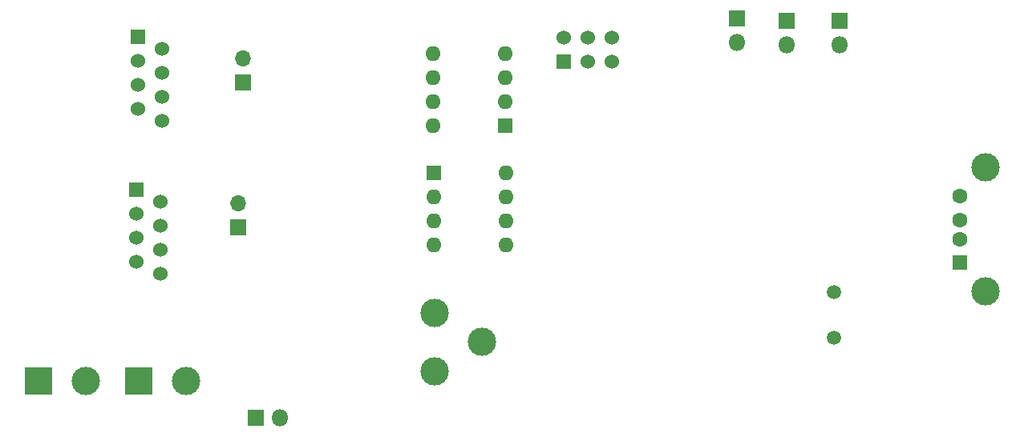
<source format=gbr>
%TF.GenerationSoftware,KiCad,Pcbnew,5.1.6-c6e7f7d~87~ubuntu18.04.1*%
%TF.CreationDate,2021-03-29T12:27:15+02:00*%
%TF.ProjectId,sboxnet2usb,73626f78-6e65-4743-9275-73622e6b6963,rev?*%
%TF.SameCoordinates,Original*%
%TF.FileFunction,Copper,L1,Top*%
%TF.FilePolarity,Positive*%
%FSLAX46Y46*%
G04 Gerber Fmt 4.6, Leading zero omitted, Abs format (unit mm)*
G04 Created by KiCad (PCBNEW 5.1.6-c6e7f7d~87~ubuntu18.04.1) date 2021-03-29 12:27:15*
%MOMM*%
%LPD*%
G01*
G04 APERTURE LIST*
%TA.AperFunction,ComponentPad*%
%ADD10C,1.600000*%
%TD*%
%TA.AperFunction,ComponentPad*%
%ADD11R,1.500000X1.600000*%
%TD*%
%TA.AperFunction,ComponentPad*%
%ADD12C,3.000000*%
%TD*%
%TA.AperFunction,ComponentPad*%
%ADD13R,1.524000X1.524000*%
%TD*%
%TA.AperFunction,ComponentPad*%
%ADD14C,1.524000*%
%TD*%
%TA.AperFunction,ComponentPad*%
%ADD15O,1.700000X1.700000*%
%TD*%
%TA.AperFunction,ComponentPad*%
%ADD16R,1.700000X1.700000*%
%TD*%
%TA.AperFunction,ComponentPad*%
%ADD17R,3.000000X3.000000*%
%TD*%
%TA.AperFunction,ComponentPad*%
%ADD18C,1.500000*%
%TD*%
%TA.AperFunction,ComponentPad*%
%ADD19O,1.600000X1.600000*%
%TD*%
%TA.AperFunction,ComponentPad*%
%ADD20R,1.600000X1.600000*%
%TD*%
%TA.AperFunction,ComponentPad*%
%ADD21O,1.800000X1.800000*%
%TD*%
%TA.AperFunction,ComponentPad*%
%ADD22R,1.800000X1.800000*%
%TD*%
G04 APERTURE END LIST*
D10*
%TO.P,J1,4*%
%TO.N,GND*%
X249500000Y-100400000D03*
%TO.P,J1,3*%
%TO.N,Net-(J1-Pad3)*%
X249500000Y-102900000D03*
%TO.P,J1,2*%
%TO.N,Net-(J1-Pad2)*%
X249500000Y-104900000D03*
D11*
%TO.P,J1,1*%
%TO.N,Net-(J1-Pad1)*%
X249500000Y-107400000D03*
D12*
%TO.P,J1,5*%
%TO.N,GND*%
X252210000Y-97330000D03*
X252210000Y-110470000D03*
%TD*%
D13*
%TO.P,J3,1*%
%TO.N,GND1*%
X162550000Y-99660000D03*
D14*
%TO.P,J3,2*%
%TO.N,Net-(J3-Pad2)*%
X165090000Y-100930000D03*
%TO.P,J3,3*%
X162550000Y-102200000D03*
%TO.P,J3,4*%
%TO.N,CANL*%
X165090000Y-103470000D03*
%TO.P,J3,5*%
%TO.N,CANH*%
X162550000Y-104740000D03*
%TO.P,J3,7*%
%TO.N,DCC_A*%
X162550000Y-107280000D03*
%TO.P,J3,6*%
%TO.N,GND1*%
X165090000Y-106005000D03*
%TO.P,J3,8*%
%TO.N,DCC_B*%
X165090000Y-108545000D03*
%TD*%
D13*
%TO.P,J4,1*%
%TO.N,GND1*%
X162650000Y-83560000D03*
D14*
%TO.P,J4,2*%
%TO.N,Net-(J3-Pad2)*%
X165190000Y-84830000D03*
%TO.P,J4,3*%
X162650000Y-86100000D03*
%TO.P,J4,4*%
%TO.N,CANL*%
X165190000Y-87370000D03*
%TO.P,J4,5*%
%TO.N,CANH*%
X162650000Y-88640000D03*
%TO.P,J4,7*%
%TO.N,DCC_A*%
X162650000Y-91180000D03*
%TO.P,J4,6*%
%TO.N,Net-(J4-Pad6)*%
X165190000Y-89905000D03*
%TO.P,J4,8*%
%TO.N,DCC_B*%
X165190000Y-92445000D03*
%TD*%
D15*
%TO.P,J5,2*%
%TO.N,Net-(J5-Pad2)*%
X173300000Y-101160000D03*
D16*
%TO.P,J5,1*%
%TO.N,DCC_B*%
X173300000Y-103700000D03*
%TD*%
D15*
%TO.P,J6,2*%
%TO.N,Net-(J6-Pad2)*%
X173800000Y-85835000D03*
D16*
%TO.P,J6,1*%
%TO.N,CANH*%
X173800000Y-88375000D03*
%TD*%
D12*
%TO.P,J7,2*%
%TO.N,+9V*%
X157200000Y-119900000D03*
D17*
%TO.P,J7,1*%
X152200000Y-119900000D03*
%TD*%
D12*
%TO.P,J2,3*%
%TO.N,GND1*%
X194000000Y-118900000D03*
%TO.P,J2,2*%
%TO.N,N/C*%
X199000000Y-115800000D03*
%TO.P,J2,1*%
%TO.N,Net-(J2-Pad1)*%
X194000000Y-112700000D03*
%TD*%
%TO.P,J8,2*%
%TO.N,GND1*%
X167800000Y-119900000D03*
D17*
%TO.P,J8,1*%
X162800000Y-119900000D03*
%TD*%
D18*
%TO.P,Y1,2*%
%TO.N,Net-(C2-Pad1)*%
X236200000Y-115380000D03*
%TO.P,Y1,1*%
%TO.N,Net-(C1-Pad1)*%
X236200000Y-110500000D03*
%TD*%
D19*
%TO.P,U4,8*%
%TO.N,+5V*%
X201520000Y-97900000D03*
%TO.P,U4,4*%
%TO.N,N/C*%
X193900000Y-105520000D03*
%TO.P,U4,7*%
%TO.N,+5V*%
X201520000Y-100440000D03*
%TO.P,U4,3*%
%TO.N,R*%
X193900000Y-102980000D03*
%TO.P,U4,6*%
%TO.N,Net-(R16-Pad1)*%
X201520000Y-102980000D03*
%TO.P,U4,2*%
%TO.N,Net-(R8-Pad1)*%
X193900000Y-100440000D03*
%TO.P,U4,5*%
%TO.N,GND*%
X201520000Y-105520000D03*
D20*
%TO.P,U4,1*%
%TO.N,Net-(U4-Pad1)*%
X193900000Y-97900000D03*
%TD*%
D19*
%TO.P,U3,8*%
%TO.N,+5VP*%
X193880000Y-92900000D03*
%TO.P,U3,4*%
%TO.N,N/C*%
X201500000Y-85280000D03*
%TO.P,U3,7*%
%TO.N,+5VP*%
X193880000Y-90360000D03*
%TO.P,U3,3*%
%TO.N,Net-(R15-Pad1)*%
X201500000Y-87820000D03*
%TO.P,U3,6*%
%TO.N,T*%
X193880000Y-87820000D03*
%TO.P,U3,2*%
%TO.N,Net-(R6-Pad2)*%
X201500000Y-90360000D03*
%TO.P,U3,5*%
%TO.N,GND1*%
X193880000Y-85280000D03*
D20*
%TO.P,U3,1*%
%TO.N,Net-(U3-Pad1)*%
X201500000Y-92900000D03*
%TD*%
D13*
%TO.P,U2,6*%
%TO.N,GND*%
X207620000Y-86140000D03*
D14*
%TO.P,U2,5*%
%TO.N,RESET*%
X207620000Y-83600000D03*
%TO.P,U2,4*%
%TO.N,MOSI*%
X210160000Y-86140000D03*
%TO.P,U2,3*%
%TO.N,SCLK*%
X210160000Y-83600000D03*
%TO.P,U2,2*%
%TO.N,+5V*%
X212700000Y-86140000D03*
%TO.P,U2,1*%
%TO.N,MISO*%
X212700000Y-83600000D03*
%TD*%
D21*
%TO.P,D3,2*%
%TO.N,Net-(D3-Pad2)*%
X225900000Y-84140000D03*
D22*
%TO.P,D3,1*%
%TO.N,GND*%
X225900000Y-81600000D03*
%TD*%
D21*
%TO.P,D2,2*%
%TO.N,Net-(D2-Pad2)*%
X231200000Y-84340000D03*
D22*
%TO.P,D2,1*%
%TO.N,GND*%
X231200000Y-81800000D03*
%TD*%
D21*
%TO.P,D1,2*%
%TO.N,Net-(D1-Pad2)*%
X236800000Y-84340000D03*
D22*
%TO.P,D1,1*%
%TO.N,GND*%
X236800000Y-81800000D03*
%TD*%
D21*
%TO.P,D4,2*%
%TO.N,+5VP*%
X177640000Y-123850000D03*
D22*
%TO.P,D4,1*%
%TO.N,Net-(D4-Pad1)*%
X175100000Y-123850000D03*
%TD*%
M02*

</source>
